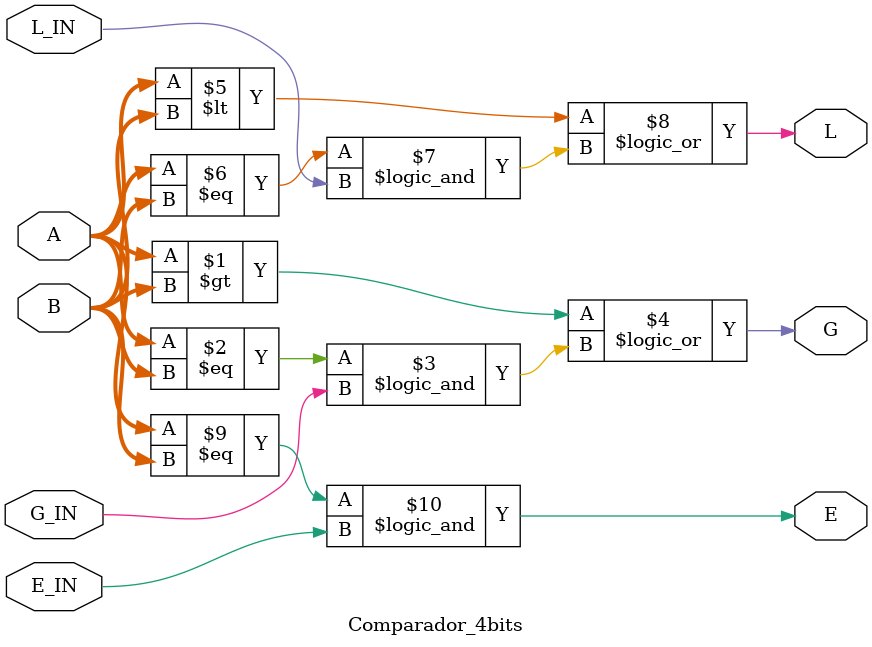
<source format=v>
module Comparador_4bits (output wire G, L, E, input G_IN, input L_IN, input E_IN, input wire [3:0] A, B);

    assign G = (A > B) || ((A == B) && G_IN);
    assign L = (A < B) || ((A == B) && L_IN);
    assign E = ((A == B) && E_IN);

endmodule

/*
module comparador_4bits(output wire G, L, E, input wire [3:0] A, B);

    assign G = (A > B);
    assign L = (A < B);
    assign E = (A == B);

endmodule
*/
</source>
